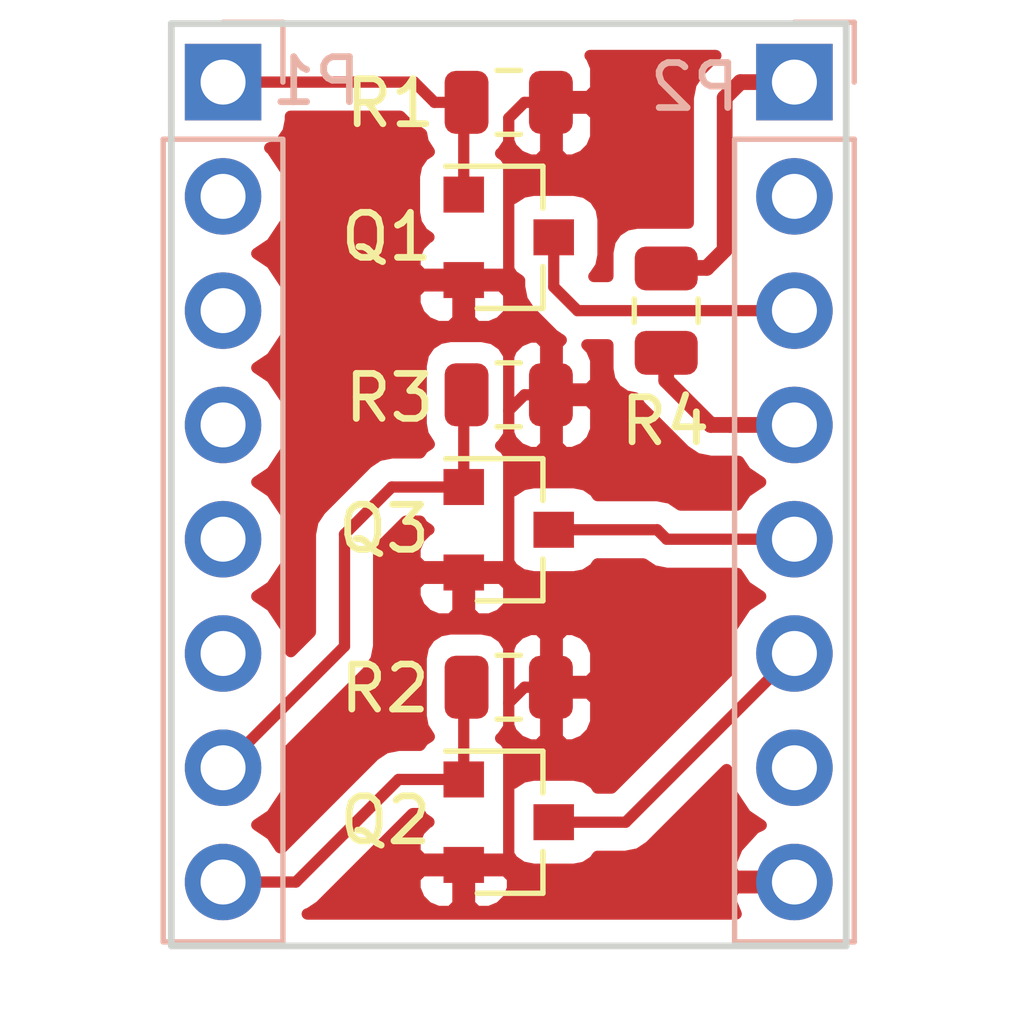
<source format=kicad_pcb>
(kicad_pcb (version 20171130) (host pcbnew "(5.1.2)-1")

  (general
    (thickness 1.6)
    (drawings 4)
    (tracks 52)
    (zones 0)
    (modules 9)
    (nets 17)
  )

  (page A4)
  (title_block
    (title "Polulu style driver i/f for external drivers like DQ542MA ")
    (date 2021-10-28)
    (rev 1)
    (company "Io Engineering")
    (comment 1 "Terje Io")
    (comment 4 "Licensed under CERN OHL v.1.2 or later")
  )

  (layers
    (0 F.Cu signal)
    (31 B.Cu signal)
    (32 B.Adhes user)
    (33 F.Adhes user)
    (34 B.Paste user)
    (35 F.Paste user)
    (36 B.SilkS user)
    (37 F.SilkS user)
    (38 B.Mask user)
    (39 F.Mask user)
    (40 Dwgs.User user)
    (41 Cmts.User user)
    (42 Eco1.User user)
    (43 Eco2.User user)
    (44 Edge.Cuts user)
    (45 Margin user)
    (46 B.CrtYd user)
    (47 F.CrtYd user)
    (48 B.Fab user)
    (49 F.Fab user)
  )

  (setup
    (last_trace_width 0.25)
    (trace_clearance 0.2)
    (zone_clearance 0.508)
    (zone_45_only no)
    (trace_min 0.2)
    (via_size 0.6)
    (via_drill 0.4)
    (via_min_size 0.4)
    (via_min_drill 0.3)
    (uvia_size 0.3)
    (uvia_drill 0.1)
    (uvias_allowed no)
    (uvia_min_size 0.2)
    (uvia_min_drill 0.1)
    (edge_width 0.15)
    (segment_width 0.2)
    (pcb_text_width 0.3)
    (pcb_text_size 1.5 1.5)
    (mod_edge_width 0.15)
    (mod_text_size 1 1)
    (mod_text_width 0.15)
    (pad_size 1.524 1.524)
    (pad_drill 0.762)
    (pad_to_mask_clearance 0.2)
    (aux_axis_origin 0 0)
    (visible_elements 7FFFFFFF)
    (pcbplotparams
      (layerselection 0x00030_80000001)
      (usegerberextensions false)
      (usegerberattributes false)
      (usegerberadvancedattributes false)
      (creategerberjobfile false)
      (excludeedgelayer true)
      (linewidth 0.100000)
      (plotframeref false)
      (viasonmask false)
      (mode 1)
      (useauxorigin false)
      (hpglpennumber 1)
      (hpglpenspeed 20)
      (hpglpendiameter 15.000000)
      (psnegative false)
      (psa4output false)
      (plotreference true)
      (plotvalue true)
      (plotinvisibletext false)
      (padsonsilk false)
      (subtractmaskfromsilk false)
      (outputformat 1)
      (mirror false)
      (drillshape 1)
      (scaleselection 1)
      (outputdirectory ""))
  )

  (net 0 "")
  (net 1 /STEP)
  (net 2 /DIR)
  (net 3 "Net-(P1-Pad3)")
  (net 4 "Net-(P1-Pad4)")
  (net 5 "Net-(P1-Pad5)")
  (net 6 "Net-(P1-Pad6)")
  (net 7 /~EN)
  (net 8 "Net-(P2-Pad1)")
  (net 9 "Net-(P2-Pad2)")
  (net 10 /EN)
  (net 11 /~STEP)
  (net 12 /~DIR)
  (net 13 "Net-(P1-Pad2)")
  (net 14 "Net-(P2-Pad7)")
  (net 15 GND)
  (net 16 "Net-(P2-Pad4)")

  (net_class Default "This is the default net class."
    (clearance 0.2)
    (trace_width 0.25)
    (via_dia 0.6)
    (via_drill 0.4)
    (uvia_dia 0.3)
    (uvia_drill 0.1)
    (add_net /DIR)
    (add_net /EN)
    (add_net /STEP)
    (add_net /~DIR)
    (add_net /~EN)
    (add_net /~STEP)
    (add_net GND)
    (add_net "Net-(P1-Pad2)")
    (add_net "Net-(P1-Pad3)")
    (add_net "Net-(P1-Pad4)")
    (add_net "Net-(P1-Pad5)")
    (add_net "Net-(P1-Pad6)")
    (add_net "Net-(P2-Pad1)")
    (add_net "Net-(P2-Pad2)")
    (add_net "Net-(P2-Pad4)")
    (add_net "Net-(P2-Pad7)")
  )

  (module Resistor_SMD:R_0805_2012Metric (layer F.Cu) (tedit 5B36C52B) (tstamp 5AD64AD6)
    (at 11 -14.12 90)
    (descr "Resistor SMD 0805 (2012 Metric), square (rectangular) end terminal, IPC_7351 nominal, (Body size source: https://docs.google.com/spreadsheets/d/1BsfQQcO9C6DZCsRaXUlFlo91Tg2WpOkGARC1WS5S8t0/edit?usp=sharing), generated with kicad-footprint-generator")
    (tags resistor)
    (path /5AD35617)
    (attr smd)
    (fp_text reference R4 (at -2.46 -0.02 180) (layer F.SilkS)
      (effects (font (size 1 1) (thickness 0.15)))
    )
    (fp_text value 0R (at 0 1.65 90) (layer F.Fab)
      (effects (font (size 1 1) (thickness 0.15)))
    )
    (fp_text user %R (at 0 0 90) (layer F.Fab)
      (effects (font (size 0.5 0.5) (thickness 0.08)))
    )
    (fp_line (start 1.68 0.95) (end -1.68 0.95) (layer F.CrtYd) (width 0.05))
    (fp_line (start 1.68 -0.95) (end 1.68 0.95) (layer F.CrtYd) (width 0.05))
    (fp_line (start -1.68 -0.95) (end 1.68 -0.95) (layer F.CrtYd) (width 0.05))
    (fp_line (start -1.68 0.95) (end -1.68 -0.95) (layer F.CrtYd) (width 0.05))
    (fp_line (start -0.258578 0.71) (end 0.258578 0.71) (layer F.SilkS) (width 0.12))
    (fp_line (start -0.258578 -0.71) (end 0.258578 -0.71) (layer F.SilkS) (width 0.12))
    (fp_line (start 1 0.6) (end -1 0.6) (layer F.Fab) (width 0.1))
    (fp_line (start 1 -0.6) (end 1 0.6) (layer F.Fab) (width 0.1))
    (fp_line (start -1 -0.6) (end 1 -0.6) (layer F.Fab) (width 0.1))
    (fp_line (start -1 0.6) (end -1 -0.6) (layer F.Fab) (width 0.1))
    (pad 2 smd roundrect (at 0.9375 0 90) (size 0.975 1.4) (layers F.Cu F.Paste F.Mask) (roundrect_rratio 0.25)
      (net 8 "Net-(P2-Pad1)"))
    (pad 1 smd roundrect (at -0.9375 0 90) (size 0.975 1.4) (layers F.Cu F.Paste F.Mask) (roundrect_rratio 0.25)
      (net 16 "Net-(P2-Pad4)"))
    (model ${KISYS3DMOD}/Resistor_SMD.3dshapes/R_0805_2012Metric.wrl
      (at (xyz 0 0 0))
      (scale (xyz 1 1 1))
      (rotate (xyz 0 0 0))
    )
  )

  (module Resistor_SMD:R_0805_2012Metric (layer F.Cu) (tedit 5B36C52B) (tstamp 5AD64384)
    (at 7.5 -12.25)
    (descr "Resistor SMD 0805 (2012 Metric), square (rectangular) end terminal, IPC_7351 nominal, (Body size source: https://docs.google.com/spreadsheets/d/1BsfQQcO9C6DZCsRaXUlFlo91Tg2WpOkGARC1WS5S8t0/edit?usp=sharing), generated with kicad-footprint-generator")
    (tags resistor)
    (path /5AD33B90)
    (attr smd)
    (fp_text reference R3 (at -2.65 0.07) (layer F.SilkS)
      (effects (font (size 1 1) (thickness 0.15)))
    )
    (fp_text value 10K (at 0 1.65) (layer F.Fab)
      (effects (font (size 1 1) (thickness 0.15)))
    )
    (fp_text user %R (at 0 0) (layer F.Fab)
      (effects (font (size 0.5 0.5) (thickness 0.08)))
    )
    (fp_line (start 1.68 0.95) (end -1.68 0.95) (layer F.CrtYd) (width 0.05))
    (fp_line (start 1.68 -0.95) (end 1.68 0.95) (layer F.CrtYd) (width 0.05))
    (fp_line (start -1.68 -0.95) (end 1.68 -0.95) (layer F.CrtYd) (width 0.05))
    (fp_line (start -1.68 0.95) (end -1.68 -0.95) (layer F.CrtYd) (width 0.05))
    (fp_line (start -0.258578 0.71) (end 0.258578 0.71) (layer F.SilkS) (width 0.12))
    (fp_line (start -0.258578 -0.71) (end 0.258578 -0.71) (layer F.SilkS) (width 0.12))
    (fp_line (start 1 0.6) (end -1 0.6) (layer F.Fab) (width 0.1))
    (fp_line (start 1 -0.6) (end 1 0.6) (layer F.Fab) (width 0.1))
    (fp_line (start -1 -0.6) (end 1 -0.6) (layer F.Fab) (width 0.1))
    (fp_line (start -1 0.6) (end -1 -0.6) (layer F.Fab) (width 0.1))
    (pad 2 smd roundrect (at 0.9375 0) (size 0.975 1.4) (layers F.Cu F.Paste F.Mask) (roundrect_rratio 0.25)
      (net 15 GND))
    (pad 1 smd roundrect (at -0.9375 0) (size 0.975 1.4) (layers F.Cu F.Paste F.Mask) (roundrect_rratio 0.25)
      (net 2 /DIR))
    (model ${KISYS3DMOD}/Resistor_SMD.3dshapes/R_0805_2012Metric.wrl
      (at (xyz 0 0 0))
      (scale (xyz 1 1 1))
      (rotate (xyz 0 0 0))
    )
  )

  (module Resistor_SMD:R_0805_2012Metric (layer F.Cu) (tedit 5B36C52B) (tstamp 5AD64373)
    (at 7.5 -5.75)
    (descr "Resistor SMD 0805 (2012 Metric), square (rectangular) end terminal, IPC_7351 nominal, (Body size source: https://docs.google.com/spreadsheets/d/1BsfQQcO9C6DZCsRaXUlFlo91Tg2WpOkGARC1WS5S8t0/edit?usp=sharing), generated with kicad-footprint-generator")
    (tags resistor)
    (path /5AD33C03)
    (attr smd)
    (fp_text reference R2 (at -2.75 0.03) (layer F.SilkS)
      (effects (font (size 1 1) (thickness 0.15)))
    )
    (fp_text value 10K (at 0 1.65) (layer F.Fab)
      (effects (font (size 1 1) (thickness 0.15)))
    )
    (fp_text user %R (at 0 0) (layer F.Fab)
      (effects (font (size 0.5 0.5) (thickness 0.08)))
    )
    (fp_line (start 1.68 0.95) (end -1.68 0.95) (layer F.CrtYd) (width 0.05))
    (fp_line (start 1.68 -0.95) (end 1.68 0.95) (layer F.CrtYd) (width 0.05))
    (fp_line (start -1.68 -0.95) (end 1.68 -0.95) (layer F.CrtYd) (width 0.05))
    (fp_line (start -1.68 0.95) (end -1.68 -0.95) (layer F.CrtYd) (width 0.05))
    (fp_line (start -0.258578 0.71) (end 0.258578 0.71) (layer F.SilkS) (width 0.12))
    (fp_line (start -0.258578 -0.71) (end 0.258578 -0.71) (layer F.SilkS) (width 0.12))
    (fp_line (start 1 0.6) (end -1 0.6) (layer F.Fab) (width 0.1))
    (fp_line (start 1 -0.6) (end 1 0.6) (layer F.Fab) (width 0.1))
    (fp_line (start -1 -0.6) (end 1 -0.6) (layer F.Fab) (width 0.1))
    (fp_line (start -1 0.6) (end -1 -0.6) (layer F.Fab) (width 0.1))
    (pad 2 smd roundrect (at 0.9375 0) (size 0.975 1.4) (layers F.Cu F.Paste F.Mask) (roundrect_rratio 0.25)
      (net 15 GND))
    (pad 1 smd roundrect (at -0.9375 0) (size 0.975 1.4) (layers F.Cu F.Paste F.Mask) (roundrect_rratio 0.25)
      (net 1 /STEP))
    (model ${KISYS3DMOD}/Resistor_SMD.3dshapes/R_0805_2012Metric.wrl
      (at (xyz 0 0 0))
      (scale (xyz 1 1 1))
      (rotate (xyz 0 0 0))
    )
  )

  (module Resistor_SMD:R_0805_2012Metric (layer F.Cu) (tedit 5B36C52B) (tstamp 5AD64362)
    (at 7.5 -18.75)
    (descr "Resistor SMD 0805 (2012 Metric), square (rectangular) end terminal, IPC_7351 nominal, (Body size source: https://docs.google.com/spreadsheets/d/1BsfQQcO9C6DZCsRaXUlFlo91Tg2WpOkGARC1WS5S8t0/edit?usp=sharing), generated with kicad-footprint-generator")
    (tags resistor)
    (path /5AD33C22)
    (attr smd)
    (fp_text reference R1 (at -2.63 0.02) (layer F.SilkS)
      (effects (font (size 1 1) (thickness 0.15)))
    )
    (fp_text value 10K (at 0 1.65) (layer F.Fab)
      (effects (font (size 1 1) (thickness 0.15)))
    )
    (fp_text user %R (at 0 0) (layer F.Fab)
      (effects (font (size 0.5 0.5) (thickness 0.08)))
    )
    (fp_line (start 1.68 0.95) (end -1.68 0.95) (layer F.CrtYd) (width 0.05))
    (fp_line (start 1.68 -0.95) (end 1.68 0.95) (layer F.CrtYd) (width 0.05))
    (fp_line (start -1.68 -0.95) (end 1.68 -0.95) (layer F.CrtYd) (width 0.05))
    (fp_line (start -1.68 0.95) (end -1.68 -0.95) (layer F.CrtYd) (width 0.05))
    (fp_line (start -0.258578 0.71) (end 0.258578 0.71) (layer F.SilkS) (width 0.12))
    (fp_line (start -0.258578 -0.71) (end 0.258578 -0.71) (layer F.SilkS) (width 0.12))
    (fp_line (start 1 0.6) (end -1 0.6) (layer F.Fab) (width 0.1))
    (fp_line (start 1 -0.6) (end 1 0.6) (layer F.Fab) (width 0.1))
    (fp_line (start -1 -0.6) (end 1 -0.6) (layer F.Fab) (width 0.1))
    (fp_line (start -1 0.6) (end -1 -0.6) (layer F.Fab) (width 0.1))
    (pad 2 smd roundrect (at 0.9375 0) (size 0.975 1.4) (layers F.Cu F.Paste F.Mask) (roundrect_rratio 0.25)
      (net 15 GND))
    (pad 1 smd roundrect (at -0.9375 0) (size 0.975 1.4) (layers F.Cu F.Paste F.Mask) (roundrect_rratio 0.25)
      (net 7 /~EN))
    (model ${KISYS3DMOD}/Resistor_SMD.3dshapes/R_0805_2012Metric.wrl
      (at (xyz 0 0 0))
      (scale (xyz 1 1 1))
      (rotate (xyz 0 0 0))
    )
  )

  (module Package_TO_SOT_SMD:SOT-23 (layer F.Cu) (tedit 5A02FF57) (tstamp 5AD64351)
    (at 7.5 -9.25)
    (descr "SOT-23, Standard")
    (tags SOT-23)
    (path /5AD33A56)
    (attr smd)
    (fp_text reference Q3 (at -2.77 -0.02) (layer F.SilkS)
      (effects (font (size 1 1) (thickness 0.15)))
    )
    (fp_text value 2N7002 (at 0 2.5) (layer F.Fab)
      (effects (font (size 1 1) (thickness 0.15)))
    )
    (fp_line (start 0.76 1.58) (end -0.7 1.58) (layer F.SilkS) (width 0.12))
    (fp_line (start 0.76 -1.58) (end -1.4 -1.58) (layer F.SilkS) (width 0.12))
    (fp_line (start -1.7 1.75) (end -1.7 -1.75) (layer F.CrtYd) (width 0.05))
    (fp_line (start 1.7 1.75) (end -1.7 1.75) (layer F.CrtYd) (width 0.05))
    (fp_line (start 1.7 -1.75) (end 1.7 1.75) (layer F.CrtYd) (width 0.05))
    (fp_line (start -1.7 -1.75) (end 1.7 -1.75) (layer F.CrtYd) (width 0.05))
    (fp_line (start 0.76 -1.58) (end 0.76 -0.65) (layer F.SilkS) (width 0.12))
    (fp_line (start 0.76 1.58) (end 0.76 0.65) (layer F.SilkS) (width 0.12))
    (fp_line (start -0.7 1.52) (end 0.7 1.52) (layer F.Fab) (width 0.1))
    (fp_line (start 0.7 -1.52) (end 0.7 1.52) (layer F.Fab) (width 0.1))
    (fp_line (start -0.7 -0.95) (end -0.15 -1.52) (layer F.Fab) (width 0.1))
    (fp_line (start -0.15 -1.52) (end 0.7 -1.52) (layer F.Fab) (width 0.1))
    (fp_line (start -0.7 -0.95) (end -0.7 1.5) (layer F.Fab) (width 0.1))
    (fp_text user %R (at 0 0 90) (layer F.Fab)
      (effects (font (size 0.5 0.5) (thickness 0.075)))
    )
    (pad 3 smd rect (at 1 0) (size 0.9 0.8) (layers F.Cu F.Paste F.Mask)
      (net 12 /~DIR))
    (pad 2 smd rect (at -1 0.95) (size 0.9 0.8) (layers F.Cu F.Paste F.Mask)
      (net 15 GND))
    (pad 1 smd rect (at -1 -0.95) (size 0.9 0.8) (layers F.Cu F.Paste F.Mask)
      (net 2 /DIR))
    (model ${KISYS3DMOD}/Package_TO_SOT_SMD.3dshapes/SOT-23.wrl
      (at (xyz 0 0 0))
      (scale (xyz 1 1 1))
      (rotate (xyz 0 0 0))
    )
  )

  (module Package_TO_SOT_SMD:SOT-23 (layer F.Cu) (tedit 5A02FF57) (tstamp 5AD6433C)
    (at 7.5 -2.75)
    (descr "SOT-23, Standard")
    (tags SOT-23)
    (path /5AD33B0B)
    (attr smd)
    (fp_text reference Q2 (at -2.74 -0.04) (layer F.SilkS)
      (effects (font (size 1 1) (thickness 0.15)))
    )
    (fp_text value 2N7002 (at 0 2.5) (layer F.Fab)
      (effects (font (size 1 1) (thickness 0.15)))
    )
    (fp_line (start 0.76 1.58) (end -0.7 1.58) (layer F.SilkS) (width 0.12))
    (fp_line (start 0.76 -1.58) (end -1.4 -1.58) (layer F.SilkS) (width 0.12))
    (fp_line (start -1.7 1.75) (end -1.7 -1.75) (layer F.CrtYd) (width 0.05))
    (fp_line (start 1.7 1.75) (end -1.7 1.75) (layer F.CrtYd) (width 0.05))
    (fp_line (start 1.7 -1.75) (end 1.7 1.75) (layer F.CrtYd) (width 0.05))
    (fp_line (start -1.7 -1.75) (end 1.7 -1.75) (layer F.CrtYd) (width 0.05))
    (fp_line (start 0.76 -1.58) (end 0.76 -0.65) (layer F.SilkS) (width 0.12))
    (fp_line (start 0.76 1.58) (end 0.76 0.65) (layer F.SilkS) (width 0.12))
    (fp_line (start -0.7 1.52) (end 0.7 1.52) (layer F.Fab) (width 0.1))
    (fp_line (start 0.7 -1.52) (end 0.7 1.52) (layer F.Fab) (width 0.1))
    (fp_line (start -0.7 -0.95) (end -0.15 -1.52) (layer F.Fab) (width 0.1))
    (fp_line (start -0.15 -1.52) (end 0.7 -1.52) (layer F.Fab) (width 0.1))
    (fp_line (start -0.7 -0.95) (end -0.7 1.5) (layer F.Fab) (width 0.1))
    (fp_text user %R (at 0 0 90) (layer F.Fab)
      (effects (font (size 0.5 0.5) (thickness 0.075)))
    )
    (pad 3 smd rect (at 1 0) (size 0.9 0.8) (layers F.Cu F.Paste F.Mask)
      (net 11 /~STEP))
    (pad 2 smd rect (at -1 0.95) (size 0.9 0.8) (layers F.Cu F.Paste F.Mask)
      (net 15 GND))
    (pad 1 smd rect (at -1 -0.95) (size 0.9 0.8) (layers F.Cu F.Paste F.Mask)
      (net 1 /STEP))
    (model ${KISYS3DMOD}/Package_TO_SOT_SMD.3dshapes/SOT-23.wrl
      (at (xyz 0 0 0))
      (scale (xyz 1 1 1))
      (rotate (xyz 0 0 0))
    )
  )

  (module Package_TO_SOT_SMD:SOT-23 (layer F.Cu) (tedit 5A02FF57) (tstamp 5AD64327)
    (at 7.5 -15.75)
    (descr "SOT-23, Standard")
    (tags SOT-23)
    (path /5AD33B44)
    (attr smd)
    (fp_text reference Q1 (at -2.71 -0.01) (layer F.SilkS)
      (effects (font (size 1 1) (thickness 0.15)))
    )
    (fp_text value 2N7002 (at 0 2.5) (layer F.Fab)
      (effects (font (size 1 1) (thickness 0.15)))
    )
    (fp_line (start 0.76 1.58) (end -0.7 1.58) (layer F.SilkS) (width 0.12))
    (fp_line (start 0.76 -1.58) (end -1.4 -1.58) (layer F.SilkS) (width 0.12))
    (fp_line (start -1.7 1.75) (end -1.7 -1.75) (layer F.CrtYd) (width 0.05))
    (fp_line (start 1.7 1.75) (end -1.7 1.75) (layer F.CrtYd) (width 0.05))
    (fp_line (start 1.7 -1.75) (end 1.7 1.75) (layer F.CrtYd) (width 0.05))
    (fp_line (start -1.7 -1.75) (end 1.7 -1.75) (layer F.CrtYd) (width 0.05))
    (fp_line (start 0.76 -1.58) (end 0.76 -0.65) (layer F.SilkS) (width 0.12))
    (fp_line (start 0.76 1.58) (end 0.76 0.65) (layer F.SilkS) (width 0.12))
    (fp_line (start -0.7 1.52) (end 0.7 1.52) (layer F.Fab) (width 0.1))
    (fp_line (start 0.7 -1.52) (end 0.7 1.52) (layer F.Fab) (width 0.1))
    (fp_line (start -0.7 -0.95) (end -0.15 -1.52) (layer F.Fab) (width 0.1))
    (fp_line (start -0.15 -1.52) (end 0.7 -1.52) (layer F.Fab) (width 0.1))
    (fp_line (start -0.7 -0.95) (end -0.7 1.5) (layer F.Fab) (width 0.1))
    (fp_text user %R (at 0 0 90) (layer F.Fab)
      (effects (font (size 0.5 0.5) (thickness 0.075)))
    )
    (pad 3 smd rect (at 1 0) (size 0.9 0.8) (layers F.Cu F.Paste F.Mask)
      (net 10 /EN))
    (pad 2 smd rect (at -1 0.95) (size 0.9 0.8) (layers F.Cu F.Paste F.Mask)
      (net 15 GND))
    (pad 1 smd rect (at -1 -0.95) (size 0.9 0.8) (layers F.Cu F.Paste F.Mask)
      (net 7 /~EN))
    (model ${KISYS3DMOD}/Package_TO_SOT_SMD.3dshapes/SOT-23.wrl
      (at (xyz 0 0 0))
      (scale (xyz 1 1 1))
      (rotate (xyz 0 0 0))
    )
  )

  (module Connector_PinHeader_2.54mm:PinHeader_1x08_P2.54mm_Vertical (layer B.Cu) (tedit 59FED5CC) (tstamp 5AD64312)
    (at 13.85 -19.2 180)
    (descr "Through hole straight pin header, 1x08, 2.54mm pitch, single row")
    (tags "Through hole pin header THT 1x08 2.54mm single row")
    (path /5AD33C83)
    (fp_text reference P2 (at 2.22 -0.11) (layer B.SilkS)
      (effects (font (size 1 1) (thickness 0.15)) (justify mirror))
    )
    (fp_text value CONN_01X08 (at 0 -20.11) (layer B.Fab)
      (effects (font (size 1 1) (thickness 0.15)) (justify mirror))
    )
    (fp_text user %R (at 0 -8.89 270) (layer B.Fab)
      (effects (font (size 1 1) (thickness 0.15)) (justify mirror))
    )
    (fp_line (start 1.8 1.8) (end -1.8 1.8) (layer B.CrtYd) (width 0.05))
    (fp_line (start 1.8 -19.55) (end 1.8 1.8) (layer B.CrtYd) (width 0.05))
    (fp_line (start -1.8 -19.55) (end 1.8 -19.55) (layer B.CrtYd) (width 0.05))
    (fp_line (start -1.8 1.8) (end -1.8 -19.55) (layer B.CrtYd) (width 0.05))
    (fp_line (start -1.33 1.33) (end 0 1.33) (layer B.SilkS) (width 0.12))
    (fp_line (start -1.33 0) (end -1.33 1.33) (layer B.SilkS) (width 0.12))
    (fp_line (start -1.33 -1.27) (end 1.33 -1.27) (layer B.SilkS) (width 0.12))
    (fp_line (start 1.33 -1.27) (end 1.33 -19.11) (layer B.SilkS) (width 0.12))
    (fp_line (start -1.33 -1.27) (end -1.33 -19.11) (layer B.SilkS) (width 0.12))
    (fp_line (start -1.33 -19.11) (end 1.33 -19.11) (layer B.SilkS) (width 0.12))
    (fp_line (start -1.27 0.635) (end -0.635 1.27) (layer B.Fab) (width 0.1))
    (fp_line (start -1.27 -19.05) (end -1.27 0.635) (layer B.Fab) (width 0.1))
    (fp_line (start 1.27 -19.05) (end -1.27 -19.05) (layer B.Fab) (width 0.1))
    (fp_line (start 1.27 1.27) (end 1.27 -19.05) (layer B.Fab) (width 0.1))
    (fp_line (start -0.635 1.27) (end 1.27 1.27) (layer B.Fab) (width 0.1))
    (pad 8 thru_hole oval (at 0 -17.78 180) (size 1.7 1.7) (drill 1) (layers *.Cu *.Mask)
      (net 15 GND))
    (pad 7 thru_hole oval (at 0 -15.24 180) (size 1.7 1.7) (drill 1) (layers *.Cu *.Mask)
      (net 14 "Net-(P2-Pad7)"))
    (pad 6 thru_hole oval (at 0 -12.7 180) (size 1.7 1.7) (drill 1) (layers *.Cu *.Mask)
      (net 11 /~STEP))
    (pad 5 thru_hole oval (at 0 -10.16 180) (size 1.7 1.7) (drill 1) (layers *.Cu *.Mask)
      (net 12 /~DIR))
    (pad 4 thru_hole oval (at 0 -7.62 180) (size 1.7 1.7) (drill 1) (layers *.Cu *.Mask)
      (net 16 "Net-(P2-Pad4)"))
    (pad 3 thru_hole oval (at 0 -5.08 180) (size 1.7 1.7) (drill 1) (layers *.Cu *.Mask)
      (net 10 /EN))
    (pad 2 thru_hole oval (at 0 -2.54 180) (size 1.7 1.7) (drill 1) (layers *.Cu *.Mask)
      (net 9 "Net-(P2-Pad2)"))
    (pad 1 thru_hole rect (at 0 0 180) (size 1.7 1.7) (drill 1) (layers *.Cu *.Mask)
      (net 8 "Net-(P2-Pad1)"))
    (model ${KISYS3DMOD}/Connector_PinHeader_2.54mm.3dshapes/PinHeader_1x08_P2.54mm_Vertical.wrl
      (at (xyz 0 0 0))
      (scale (xyz 1 1 1))
      (rotate (xyz 0 0 0))
    )
  )

  (module Connector_PinHeader_2.54mm:PinHeader_1x08_P2.54mm_Vertical (layer B.Cu) (tedit 59FED5CC) (tstamp 5AD642F6)
    (at 1.15 -19.2 180)
    (descr "Through hole straight pin header, 1x08, 2.54mm pitch, single row")
    (tags "Through hole pin header THT 1x08 2.54mm single row")
    (path /5AD33CE9)
    (fp_text reference P1 (at -2.07 0.02) (layer B.SilkS)
      (effects (font (size 1 1) (thickness 0.15)) (justify mirror))
    )
    (fp_text value CONN_01X08 (at 0 -20.11) (layer B.Fab)
      (effects (font (size 1 1) (thickness 0.15)) (justify mirror))
    )
    (fp_text user %R (at 0 -8.89 270) (layer B.Fab)
      (effects (font (size 1 1) (thickness 0.15)) (justify mirror))
    )
    (fp_line (start 1.8 1.8) (end -1.8 1.8) (layer B.CrtYd) (width 0.05))
    (fp_line (start 1.8 -19.55) (end 1.8 1.8) (layer B.CrtYd) (width 0.05))
    (fp_line (start -1.8 -19.55) (end 1.8 -19.55) (layer B.CrtYd) (width 0.05))
    (fp_line (start -1.8 1.8) (end -1.8 -19.55) (layer B.CrtYd) (width 0.05))
    (fp_line (start -1.33 1.33) (end 0 1.33) (layer B.SilkS) (width 0.12))
    (fp_line (start -1.33 0) (end -1.33 1.33) (layer B.SilkS) (width 0.12))
    (fp_line (start -1.33 -1.27) (end 1.33 -1.27) (layer B.SilkS) (width 0.12))
    (fp_line (start 1.33 -1.27) (end 1.33 -19.11) (layer B.SilkS) (width 0.12))
    (fp_line (start -1.33 -1.27) (end -1.33 -19.11) (layer B.SilkS) (width 0.12))
    (fp_line (start -1.33 -19.11) (end 1.33 -19.11) (layer B.SilkS) (width 0.12))
    (fp_line (start -1.27 0.635) (end -0.635 1.27) (layer B.Fab) (width 0.1))
    (fp_line (start -1.27 -19.05) (end -1.27 0.635) (layer B.Fab) (width 0.1))
    (fp_line (start 1.27 -19.05) (end -1.27 -19.05) (layer B.Fab) (width 0.1))
    (fp_line (start 1.27 1.27) (end 1.27 -19.05) (layer B.Fab) (width 0.1))
    (fp_line (start -0.635 1.27) (end 1.27 1.27) (layer B.Fab) (width 0.1))
    (pad 8 thru_hole oval (at 0 -17.78 180) (size 1.7 1.7) (drill 1) (layers *.Cu *.Mask)
      (net 1 /STEP))
    (pad 7 thru_hole oval (at 0 -15.24 180) (size 1.7 1.7) (drill 1) (layers *.Cu *.Mask)
      (net 2 /DIR))
    (pad 6 thru_hole oval (at 0 -12.7 180) (size 1.7 1.7) (drill 1) (layers *.Cu *.Mask)
      (net 6 "Net-(P1-Pad6)"))
    (pad 5 thru_hole oval (at 0 -10.16 180) (size 1.7 1.7) (drill 1) (layers *.Cu *.Mask)
      (net 5 "Net-(P1-Pad5)"))
    (pad 4 thru_hole oval (at 0 -7.62 180) (size 1.7 1.7) (drill 1) (layers *.Cu *.Mask)
      (net 4 "Net-(P1-Pad4)"))
    (pad 3 thru_hole oval (at 0 -5.08 180) (size 1.7 1.7) (drill 1) (layers *.Cu *.Mask)
      (net 3 "Net-(P1-Pad3)"))
    (pad 2 thru_hole oval (at 0 -2.54 180) (size 1.7 1.7) (drill 1) (layers *.Cu *.Mask)
      (net 13 "Net-(P1-Pad2)"))
    (pad 1 thru_hole rect (at 0 0 180) (size 1.7 1.7) (drill 1) (layers *.Cu *.Mask)
      (net 7 /~EN))
    (model ${KISYS3DMOD}/Connector_PinHeader_2.54mm.3dshapes/PinHeader_1x08_P2.54mm_Vertical.wrl
      (at (xyz 0 0 0))
      (scale (xyz 1 1 1))
      (rotate (xyz 0 0 0))
    )
  )

  (gr_line (start 0 -20.5) (end 0 0) (layer Edge.Cuts) (width 0.15))
  (gr_line (start 15 -20.5) (end 0 -20.5) (layer Edge.Cuts) (width 0.15))
  (gr_line (start 15 0) (end 15 -20.5) (layer Edge.Cuts) (width 0.15))
  (gr_line (start 0 0) (end 15 0) (layer Edge.Cuts) (width 0.15))

  (segment (start 6.5 -3.7) (end 6.5 -5.7) (width 0.25) (layer F.Cu) (net 1))
  (segment (start 6.5 -5.7) (end 6.55 -5.75) (width 0.25) (layer F.Cu) (net 1))
  (segment (start 5.05 -3.7) (end 6.5 -3.7) (width 0.25) (layer F.Cu) (net 1))
  (segment (start 2.77 -1.42) (end 5.05 -3.7) (width 0.25) (layer F.Cu) (net 1))
  (segment (start 1.15 -1.42) (end 2.77 -1.42) (width 0.25) (layer F.Cu) (net 1))
  (segment (start 3.85 -9.15) (end 4.9 -10.2) (width 0.25) (layer F.Cu) (net 2))
  (segment (start 4.9 -10.2) (end 6.5 -10.2) (width 0.25) (layer F.Cu) (net 2))
  (segment (start 3.85 -6.66) (end 3.85 -9.15) (width 0.25) (layer F.Cu) (net 2))
  (segment (start 6.5 -10.2) (end 6.5 -12.2) (width 0.25) (layer F.Cu) (net 2))
  (segment (start 6.5 -12.2) (end 6.55 -12.25) (width 0.25) (layer F.Cu) (net 2))
  (segment (start 1.15 -3.96) (end 3.85 -6.66) (width 0.25) (layer F.Cu) (net 2))
  (segment (start 5.4 -19.2) (end 1.15 -19.2) (width 0.25) (layer F.Cu) (net 7))
  (segment (start 6.55 -18.75) (end 5.85 -18.75) (width 0.25) (layer F.Cu) (net 7))
  (segment (start 5.85 -18.75) (end 5.4 -19.2) (width 0.25) (layer F.Cu) (net 7))
  (segment (start 6.5 -16.7) (end 6.5 -18.7) (width 0.25) (layer F.Cu) (net 7))
  (segment (start 6.5 -18.7) (end 6.55 -18.75) (width 0.25) (layer F.Cu) (net 7))
  (segment (start 13.85 -19.2) (end 12.65 -19.2) (width 0.35) (layer F.Cu) (net 8))
  (segment (start 12.3 -15.47) (end 12.3 -18.85) (width 0.35) (layer F.Cu) (net 8))
  (segment (start 12.3 -18.85) (end 12.65 -19.2) (width 0.35) (layer F.Cu) (net 8))
  (segment (start 11.9 -15.07) (end 12.3 -15.47) (width 0.35) (layer F.Cu) (net 8))
  (segment (start 11 -15.07) (end 11.9 -15.07) (width 0.35) (layer F.Cu) (net 8))
  (segment (start 8.5 -14.65) (end 8.5 -15.75) (width 0.25) (layer F.Cu) (net 10))
  (segment (start 9.03 -14.12) (end 8.5 -14.65) (width 0.25) (layer F.Cu) (net 10))
  (segment (start 13.85 -14.12) (end 9.03 -14.12) (width 0.25) (layer F.Cu) (net 10))
  (segment (start 10.1 -2.75) (end 13.85 -6.5) (width 0.25) (layer F.Cu) (net 11))
  (segment (start 8.5 -2.75) (end 10.1 -2.75) (width 0.25) (layer F.Cu) (net 11))
  (segment (start 10.8 -9.25) (end 11.01 -9.04) (width 0.25) (layer F.Cu) (net 12))
  (segment (start 8.5 -9.25) (end 10.8 -9.25) (width 0.25) (layer F.Cu) (net 12))
  (segment (start 11.01 -9.04) (end 13.85 -9.04) (width 0.25) (layer F.Cu) (net 12))
  (segment (start 7.5 -18.4) (end 7.5 -14.45) (width 0.25) (layer F.Cu) (net 15))
  (segment (start 6.5 -14.8) (end 7.2 -14.8) (width 0.25) (layer F.Cu) (net 15))
  (segment (start 7.5 -14.45) (end 7.5 -11.9) (width 0.25) (layer F.Cu) (net 15))
  (segment (start 7.2 -14.8) (end 7.5 -14.5) (width 0.25) (layer F.Cu) (net 15))
  (segment (start 7.5 -14.5) (end 7.5 -14.45) (width 0.25) (layer F.Cu) (net 15))
  (segment (start 8.45 -18.75) (end 7.85 -18.75) (width 0.25) (layer F.Cu) (net 15))
  (segment (start 7.85 -18.75) (end 7.5 -18.4) (width 0.25) (layer F.Cu) (net 15))
  (segment (start 7.5 -5.4) (end 7.5 -8) (width 0.25) (layer F.Cu) (net 15))
  (segment (start 7.5 -8) (end 7.5 -11.9) (width 0.25) (layer F.Cu) (net 15))
  (segment (start 6.5 -8.3) (end 7.2 -8.3) (width 0.25) (layer F.Cu) (net 15))
  (segment (start 7.2 -8.3) (end 7.5 -8) (width 0.25) (layer F.Cu) (net 15))
  (segment (start 7.5 -11.9) (end 7.85 -12.25) (width 0.25) (layer F.Cu) (net 15))
  (segment (start 7.85 -12.25) (end 8.45 -12.25) (width 0.25) (layer F.Cu) (net 15))
  (segment (start 7.5 -1.8) (end 7.5 -5.4) (width 0.25) (layer F.Cu) (net 15))
  (segment (start 7.5 -5.4) (end 7.85 -5.75) (width 0.25) (layer F.Cu) (net 15))
  (segment (start 7.85 -5.75) (end 8.45 -5.75) (width 0.25) (layer F.Cu) (net 15))
  (segment (start 7.88 -1.42) (end 7.5 -1.8) (width 0.25) (layer F.Cu) (net 15))
  (segment (start 7.5 -1.8) (end 6.5 -1.8) (width 0.25) (layer F.Cu) (net 15))
  (segment (start 13.85 -1.42) (end 7.88 -1.42) (width 0.25) (layer F.Cu) (net 15))
  (segment (start 12.42 -11.58) (end 13.85 -11.58) (width 0.35) (layer F.Cu) (net 16))
  (segment (start 11 -13.17) (end 11 -12.57) (width 0.35) (layer F.Cu) (net 16))
  (segment (start 11 -12.57) (end 11.99 -11.58) (width 0.35) (layer F.Cu) (net 16))
  (segment (start 11.99 -11.58) (end 12.42 -11.58) (width 0.35) (layer F.Cu) (net 16))

  (zone (net 15) (net_name GND) (layer F.Cu) (tstamp 0) (hatch edge 0.508)
    (connect_pads (clearance 0.508))
    (min_thickness 0.254)
    (fill yes (arc_segments 16) (thermal_gap 0.508) (thermal_bridge_width 0.508))
    (polygon
      (pts
        (xy 0 0) (xy 15 0) (xy 15.05 -20.45) (xy 0 -20.5)
      )
    )
    (filled_polygon
      (pts
        (xy 12.448946 -3.391715) (xy 12.770853 -2.909946) (xy 13.111553 -2.682298) (xy 12.968642 -2.615183) (xy 12.578355 -2.186924)
        (xy 12.408524 -1.77689) (xy 12.529845 -1.547) (xy 13.723 -1.547) (xy 13.723 -1.567) (xy 13.977 -1.567)
        (xy 13.977 -1.547) (xy 13.997 -1.547) (xy 13.997 -1.293) (xy 13.977 -1.293) (xy 13.977 -1.273)
        (xy 13.723 -1.273) (xy 13.723 -1.293) (xy 12.529845 -1.293) (xy 12.408524 -1.06311) (xy 12.554778 -0.71)
        (xy 3.021365 -0.71) (xy 3.060839 -0.717852) (xy 3.307401 -0.882599) (xy 3.939052 -1.51425) (xy 5.415 -1.51425)
        (xy 5.415 -1.27369) (xy 5.511673 -1.040301) (xy 5.690302 -0.861673) (xy 5.923691 -0.765) (xy 6.21425 -0.765)
        (xy 6.373 -0.92375) (xy 6.373 -1.673) (xy 6.627 -1.673) (xy 6.627 -0.92375) (xy 6.78575 -0.765)
        (xy 7.076309 -0.765) (xy 7.309698 -0.861673) (xy 7.488327 -1.040301) (xy 7.585 -1.27369) (xy 7.585 -1.51425)
        (xy 7.42625 -1.673) (xy 6.627 -1.673) (xy 6.373 -1.673) (xy 5.57375 -1.673) (xy 5.415 -1.51425)
        (xy 3.939052 -1.51425) (xy 5.364802 -2.94) (xy 5.527069 -2.94) (xy 5.58591 -2.848559) (xy 5.72575 -2.75301)
        (xy 5.690302 -2.738327) (xy 5.511673 -2.559699) (xy 5.415 -2.32631) (xy 5.415 -2.08575) (xy 5.57375 -1.927)
        (xy 6.373 -1.927) (xy 6.373 -1.947) (xy 6.627 -1.947) (xy 6.627 -1.927) (xy 7.42625 -1.927)
        (xy 7.512262 -2.013012) (xy 7.58591 -1.898559) (xy 7.79811 -1.753569) (xy 8.05 -1.70256) (xy 8.95 -1.70256)
        (xy 9.185317 -1.746838) (xy 9.401441 -1.88591) (xy 9.472563 -1.99) (xy 10.1 -1.99) (xy 10.390839 -2.047852)
        (xy 10.637401 -2.212599) (xy 12.344019 -3.919217)
      )
    )
    (filled_polygon
      (pts
        (xy 5.58591 -9.348559) (xy 5.72575 -9.25301) (xy 5.690302 -9.238327) (xy 5.511673 -9.059699) (xy 5.415 -8.82631)
        (xy 5.415 -8.58575) (xy 5.57375 -8.427) (xy 6.373 -8.427) (xy 6.373 -8.447) (xy 6.627 -8.447)
        (xy 6.627 -8.427) (xy 7.42625 -8.427) (xy 7.512262 -8.513012) (xy 7.58591 -8.398559) (xy 7.79811 -8.253569)
        (xy 8.05 -8.20256) (xy 8.95 -8.20256) (xy 9.185317 -8.246838) (xy 9.401441 -8.38591) (xy 9.472563 -8.49)
        (xy 10.491455 -8.49) (xy 10.719161 -8.337852) (xy 11.01 -8.28) (xy 12.577046 -8.28) (xy 12.770853 -7.989946)
        (xy 13.100026 -7.77) (xy 12.770853 -7.550054) (xy 12.448946 -7.068285) (xy 12.335907 -6.5) (xy 12.40879 -6.133592)
        (xy 9.785198 -3.51) (xy 9.472931 -3.51) (xy 9.41409 -3.601441) (xy 9.20189 -3.746431) (xy 8.95 -3.79744)
        (xy 8.05 -3.79744) (xy 7.814683 -3.753162) (xy 7.598559 -3.61409) (xy 7.59744 -3.612452) (xy 7.59744 -4.1)
        (xy 7.553162 -4.335317) (xy 7.41409 -4.551441) (xy 7.320039 -4.615703) (xy 7.351441 -4.63591) (xy 7.496431 -4.84811)
        (xy 7.503191 -4.88149) (xy 7.561673 -4.740301) (xy 7.740302 -4.561673) (xy 7.973691 -4.465) (xy 8.16425 -4.465)
        (xy 8.323 -4.62375) (xy 8.323 -5.623) (xy 8.577 -5.623) (xy 8.577 -4.62375) (xy 8.73575 -4.465)
        (xy 8.926309 -4.465) (xy 9.159698 -4.561673) (xy 9.338327 -4.740301) (xy 9.435 -4.97369) (xy 9.435 -5.46425)
        (xy 9.27625 -5.623) (xy 8.577 -5.623) (xy 8.323 -5.623) (xy 8.303 -5.623) (xy 8.303 -5.877)
        (xy 8.323 -5.877) (xy 8.323 -6.87625) (xy 8.577 -6.87625) (xy 8.577 -5.877) (xy 9.27625 -5.877)
        (xy 9.435 -6.03575) (xy 9.435 -6.52631) (xy 9.338327 -6.759699) (xy 9.159698 -6.938327) (xy 8.926309 -7.035)
        (xy 8.73575 -7.035) (xy 8.577 -6.87625) (xy 8.323 -6.87625) (xy 8.16425 -7.035) (xy 7.973691 -7.035)
        (xy 7.740302 -6.938327) (xy 7.561673 -6.759699) (xy 7.505346 -6.623713) (xy 7.503162 -6.635317) (xy 7.36409 -6.851441)
        (xy 7.15189 -6.996431) (xy 6.9 -7.04744) (xy 6.2 -7.04744) (xy 5.964683 -7.003162) (xy 5.748559 -6.86409)
        (xy 5.603569 -6.65189) (xy 5.55256 -6.4) (xy 5.55256 -5.1) (xy 5.596838 -4.864683) (xy 5.734129 -4.651327)
        (xy 5.598559 -4.56409) (xy 5.527437 -4.46) (xy 5.05 -4.46) (xy 4.759161 -4.402148) (xy 4.512599 -4.237401)
        (xy 2.455198 -2.18) (xy 2.422954 -2.18) (xy 2.229147 -2.470054) (xy 1.899974 -2.69) (xy 2.229147 -2.909946)
        (xy 2.551054 -3.391715) (xy 2.664093 -3.96) (xy 2.59121 -4.326408) (xy 4.387401 -6.122599) (xy 4.552148 -6.369161)
        (xy 4.61 -6.66) (xy 4.61 -8.01425) (xy 5.415 -8.01425) (xy 5.415 -7.77369) (xy 5.511673 -7.540301)
        (xy 5.690302 -7.361673) (xy 5.923691 -7.265) (xy 6.21425 -7.265) (xy 6.373 -7.42375) (xy 6.373 -8.173)
        (xy 6.627 -8.173) (xy 6.627 -7.42375) (xy 6.78575 -7.265) (xy 7.076309 -7.265) (xy 7.309698 -7.361673)
        (xy 7.488327 -7.540301) (xy 7.585 -7.77369) (xy 7.585 -8.01425) (xy 7.42625 -8.173) (xy 6.627 -8.173)
        (xy 6.373 -8.173) (xy 5.57375 -8.173) (xy 5.415 -8.01425) (xy 4.61 -8.01425) (xy 4.61 -8.835198)
        (xy 5.214802 -9.44) (xy 5.527069 -9.44)
      )
    )
    (filled_polygon
      (pts
        (xy 5.312599 -18.212599) (xy 5.559161 -18.047852) (xy 5.562497 -18.047188) (xy 5.596838 -17.864683) (xy 5.734129 -17.651327)
        (xy 5.598559 -17.56409) (xy 5.453569 -17.35189) (xy 5.40256 -17.1) (xy 5.40256 -16.3) (xy 5.446838 -16.064683)
        (xy 5.58591 -15.848559) (xy 5.72575 -15.75301) (xy 5.690302 -15.738327) (xy 5.511673 -15.559699) (xy 5.415 -15.32631)
        (xy 5.415 -15.08575) (xy 5.57375 -14.927) (xy 6.373 -14.927) (xy 6.373 -14.947) (xy 6.627 -14.947)
        (xy 6.627 -14.927) (xy 7.42625 -14.927) (xy 7.512262 -15.013012) (xy 7.58591 -14.898559) (xy 7.74 -14.793274)
        (xy 7.74 -14.65) (xy 7.797852 -14.359161) (xy 7.962599 -14.112599) (xy 8.492599 -13.582599) (xy 8.666891 -13.466141)
        (xy 8.577 -13.37625) (xy 8.577 -12.377) (xy 9.27625 -12.377) (xy 9.435 -12.53575) (xy 9.435 -13.02631)
        (xy 9.338327 -13.259699) (xy 9.238025 -13.36) (xy 9.70256 -13.36) (xy 9.70256 -12.82) (xy 9.746838 -12.584683)
        (xy 9.88591 -12.368559) (xy 10.09811 -12.223569) (xy 10.303858 -12.181904) (xy 10.427244 -11.997244) (xy 11.417243 -11.007244)
        (xy 11.480466 -10.965) (xy 11.680026 -10.831658) (xy 11.99 -10.77) (xy 12.610454 -10.77) (xy 12.770853 -10.529946)
        (xy 13.100026 -10.31) (xy 12.770853 -10.090054) (xy 12.577046 -9.8) (xy 11.318545 -9.8) (xy 11.090839 -9.952148)
        (xy 10.8 -10.01) (xy 9.472931 -10.01) (xy 9.41409 -10.101441) (xy 9.20189 -10.246431) (xy 8.95 -10.29744)
        (xy 8.05 -10.29744) (xy 7.814683 -10.253162) (xy 7.598559 -10.11409) (xy 7.59744 -10.112452) (xy 7.59744 -10.6)
        (xy 7.553162 -10.835317) (xy 7.41409 -11.051441) (xy 7.320039 -11.115703) (xy 7.351441 -11.13591) (xy 7.496431 -11.34811)
        (xy 7.503191 -11.38149) (xy 7.561673 -11.240301) (xy 7.740302 -11.061673) (xy 7.973691 -10.965) (xy 8.16425 -10.965)
        (xy 8.323 -11.12375) (xy 8.323 -12.123) (xy 8.577 -12.123) (xy 8.577 -11.12375) (xy 8.73575 -10.965)
        (xy 8.926309 -10.965) (xy 9.159698 -11.061673) (xy 9.338327 -11.240301) (xy 9.435 -11.47369) (xy 9.435 -11.96425)
        (xy 9.27625 -12.123) (xy 8.577 -12.123) (xy 8.323 -12.123) (xy 8.303 -12.123) (xy 8.303 -12.377)
        (xy 8.323 -12.377) (xy 8.323 -13.37625) (xy 8.16425 -13.535) (xy 7.973691 -13.535) (xy 7.740302 -13.438327)
        (xy 7.561673 -13.259699) (xy 7.505346 -13.123713) (xy 7.503162 -13.135317) (xy 7.36409 -13.351441) (xy 7.15189 -13.496431)
        (xy 6.9 -13.54744) (xy 6.2 -13.54744) (xy 5.964683 -13.503162) (xy 5.748559 -13.36409) (xy 5.603569 -13.15189)
        (xy 5.55256 -12.9) (xy 5.55256 -11.6) (xy 5.596838 -11.364683) (xy 5.734129 -11.151327) (xy 5.598559 -11.06409)
        (xy 5.527437 -10.96) (xy 4.9 -10.96) (xy 4.60916 -10.902148) (xy 4.362599 -10.737401) (xy 3.312599 -9.687401)
        (xy 3.147852 -9.440839) (xy 3.09 -9.15) (xy 3.09 -6.974802) (xy 2.655981 -6.540783) (xy 2.551054 -7.068285)
        (xy 2.229147 -7.550054) (xy 1.899974 -7.77) (xy 2.229147 -7.989946) (xy 2.551054 -8.471715) (xy 2.664093 -9.04)
        (xy 2.551054 -9.608285) (xy 2.229147 -10.090054) (xy 1.899974 -10.31) (xy 2.229147 -10.529946) (xy 2.551054 -11.011715)
        (xy 2.664093 -11.58) (xy 2.551054 -12.148285) (xy 2.229147 -12.630054) (xy 1.899974 -12.85) (xy 2.229147 -13.069946)
        (xy 2.551054 -13.551715) (xy 2.664093 -14.12) (xy 2.585672 -14.51425) (xy 5.415 -14.51425) (xy 5.415 -14.27369)
        (xy 5.511673 -14.040301) (xy 5.690302 -13.861673) (xy 5.923691 -13.765) (xy 6.21425 -13.765) (xy 6.373 -13.92375)
        (xy 6.373 -14.673) (xy 6.627 -14.673) (xy 6.627 -13.92375) (xy 6.78575 -13.765) (xy 7.076309 -13.765)
        (xy 7.309698 -13.861673) (xy 7.488327 -14.040301) (xy 7.585 -14.27369) (xy 7.585 -14.51425) (xy 7.42625 -14.673)
        (xy 6.627 -14.673) (xy 6.373 -14.673) (xy 5.57375 -14.673) (xy 5.415 -14.51425) (xy 2.585672 -14.51425)
        (xy 2.551054 -14.688285) (xy 2.229147 -15.170054) (xy 1.899974 -15.39) (xy 2.229147 -15.609946) (xy 2.551054 -16.091715)
        (xy 2.664093 -16.66) (xy 2.551054 -17.228285) (xy 2.229147 -17.710054) (xy 2.187548 -17.73785) (xy 2.235317 -17.746838)
        (xy 2.451441 -17.88591) (xy 2.596431 -18.09811) (xy 2.64744 -18.35) (xy 2.64744 -18.44) (xy 5.085198 -18.44)
      )
    )
    (filled_polygon
      (pts
        (xy 12.077244 -19.772757) (xy 11.727244 -19.422756) (xy 11.551658 -19.159974) (xy 11.49 -18.85) (xy 11.49 -16.06744)
        (xy 10.35 -16.06744) (xy 10.114683 -16.023162) (xy 9.898559 -15.88409) (xy 9.753569 -15.67189) (xy 9.70256 -15.42)
        (xy 9.70256 -14.88) (xy 9.392257 -14.88) (xy 9.401441 -14.88591) (xy 9.546431 -15.09811) (xy 9.59744 -15.35)
        (xy 9.59744 -16.15) (xy 9.553162 -16.385317) (xy 9.41409 -16.601441) (xy 9.20189 -16.746431) (xy 8.95 -16.79744)
        (xy 8.05 -16.79744) (xy 7.814683 -16.753162) (xy 7.598559 -16.61409) (xy 7.59744 -16.612452) (xy 7.59744 -17.1)
        (xy 7.553162 -17.335317) (xy 7.41409 -17.551441) (xy 7.320039 -17.615703) (xy 7.351441 -17.63591) (xy 7.496431 -17.84811)
        (xy 7.503191 -17.88149) (xy 7.561673 -17.740301) (xy 7.740302 -17.561673) (xy 7.973691 -17.465) (xy 8.16425 -17.465)
        (xy 8.323 -17.62375) (xy 8.323 -18.623) (xy 8.577 -18.623) (xy 8.577 -17.62375) (xy 8.73575 -17.465)
        (xy 8.926309 -17.465) (xy 9.159698 -17.561673) (xy 9.338327 -17.740301) (xy 9.435 -17.97369) (xy 9.435 -18.46425)
        (xy 9.27625 -18.623) (xy 8.577 -18.623) (xy 8.323 -18.623) (xy 8.303 -18.623) (xy 8.303 -18.877)
        (xy 8.323 -18.877) (xy 8.323 -18.897) (xy 8.577 -18.897) (xy 8.577 -18.877) (xy 9.27625 -18.877)
        (xy 9.435 -19.03575) (xy 9.435 -19.52631) (xy 9.338327 -19.759699) (xy 9.308026 -19.79) (xy 12.10305 -19.79)
      )
    )
  )
)

</source>
